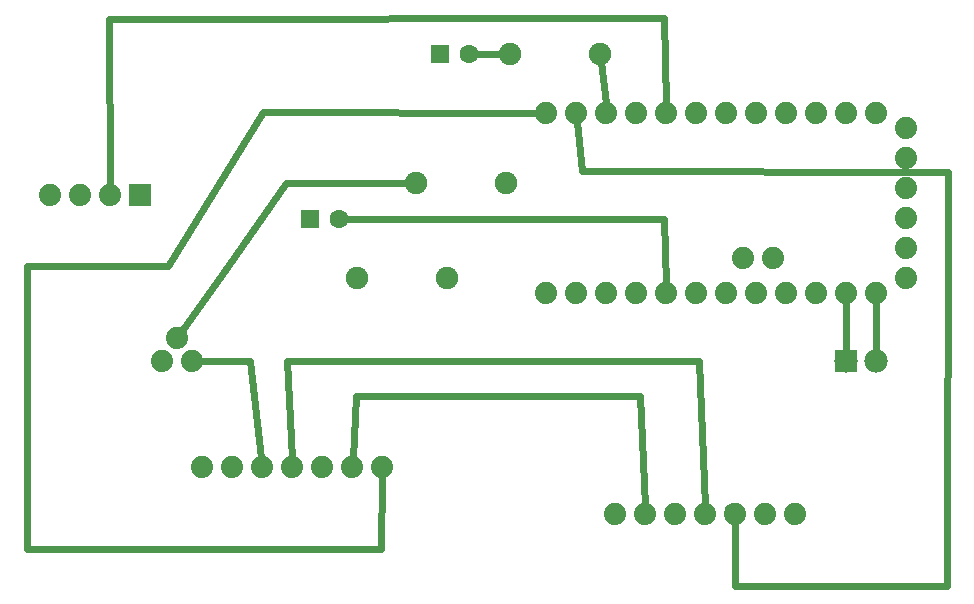
<source format=gtl>
G04 MADE WITH FRITZING*
G04 WWW.FRITZING.ORG*
G04 DOUBLE SIDED*
G04 HOLES PLATED*
G04 CONTOUR ON CENTER OF CONTOUR VECTOR*
%ASAXBY*%
%FSLAX23Y23*%
%MOIN*%
%OFA0B0*%
%SFA1.0B1.0*%
%ADD10C,0.078000*%
%ADD11C,0.074000*%
%ADD12C,0.075000*%
%ADD13C,0.062992*%
%ADD14R,0.078000X0.078000*%
%ADD15R,0.074000X0.074000*%
%ADD16R,0.062992X0.062992*%
%ADD17C,0.024000*%
%LNCOPPER1*%
G90*
G70*
G54D10*
X2858Y1519D03*
X2958Y1519D03*
G54D11*
X2686Y1007D03*
X2586Y1007D03*
X2486Y1007D03*
X2386Y1007D03*
X2286Y1007D03*
X2186Y1007D03*
X2086Y1007D03*
X502Y2070D03*
X402Y2070D03*
X302Y2070D03*
X202Y2070D03*
X711Y1165D03*
X811Y1165D03*
X911Y1165D03*
X1011Y1165D03*
X1111Y1165D03*
X1211Y1165D03*
X1311Y1165D03*
G54D12*
X1723Y2110D03*
X1423Y2110D03*
X1526Y1795D03*
X1226Y1795D03*
X2038Y2543D03*
X1738Y2543D03*
G54D11*
X575Y1519D03*
X625Y1594D03*
X675Y1519D03*
X575Y1519D03*
X625Y1594D03*
X675Y1519D03*
G54D13*
X1502Y2543D03*
X1600Y2543D03*
X1069Y1992D03*
X1167Y1992D03*
G54D11*
X3058Y1796D03*
X3058Y1896D03*
X3058Y1996D03*
X3058Y2096D03*
X3058Y2196D03*
X3058Y2296D03*
X2958Y1746D03*
X2858Y1746D03*
X2758Y1746D03*
X2658Y1746D03*
X2558Y1746D03*
X2613Y1861D03*
X2513Y1861D03*
X2458Y1746D03*
X2358Y1746D03*
X2258Y1746D03*
X2158Y1746D03*
X2058Y1746D03*
X1958Y1746D03*
X1858Y1746D03*
X1858Y2346D03*
X1958Y2346D03*
X2058Y2346D03*
X2158Y2346D03*
X2258Y2346D03*
X2358Y2346D03*
X2458Y2346D03*
X2558Y2346D03*
X2658Y2346D03*
X2758Y2346D03*
X2858Y2346D03*
X2958Y2346D03*
G54D14*
X2858Y1519D03*
G54D15*
X502Y2070D03*
G54D16*
X1502Y2543D03*
X1069Y1992D03*
G54D17*
X2858Y1715D02*
X2858Y1549D01*
D02*
X2958Y1715D02*
X2958Y1549D01*
D02*
X2488Y768D02*
X2485Y1008D01*
D02*
X3194Y768D02*
X2488Y768D01*
D02*
X2485Y1008D02*
X2464Y1029D01*
D02*
X3196Y2148D02*
X3194Y768D01*
D02*
X1975Y2150D02*
X3196Y2148D01*
D02*
X1961Y2315D02*
X1975Y2150D01*
D02*
X1502Y1401D02*
X1818Y1401D01*
D02*
X1818Y1401D02*
X2171Y1401D01*
D02*
X1855Y1517D02*
X2366Y1517D01*
D02*
X1459Y1517D02*
X1855Y1517D01*
D02*
X595Y1834D02*
X913Y2348D01*
D02*
X913Y2348D02*
X1827Y2346D01*
D02*
X2366Y1517D02*
X2385Y1039D01*
D02*
X992Y1518D02*
X1459Y1517D01*
D02*
X1009Y1196D02*
X992Y1518D01*
D02*
X1307Y890D02*
X126Y890D01*
D02*
X126Y890D02*
X126Y1834D01*
D02*
X126Y1834D02*
X595Y1834D01*
D02*
X1311Y1134D02*
X1307Y890D01*
D02*
X2171Y1401D02*
X2185Y1039D01*
D02*
X1224Y1400D02*
X1502Y1401D01*
D02*
X1213Y1196D02*
X1224Y1400D01*
D02*
X989Y2112D02*
X795Y1834D01*
D02*
X2250Y2661D02*
X400Y2659D01*
D02*
X795Y1834D02*
X641Y1616D01*
D02*
X1394Y2110D02*
X989Y2112D01*
D02*
X2251Y1992D02*
X1194Y1992D01*
D02*
X2257Y1777D02*
X2251Y1992D01*
D02*
X869Y1517D02*
X702Y1519D01*
D02*
X907Y1196D02*
X869Y1517D01*
D02*
X1627Y2543D02*
X1709Y2543D01*
D02*
X2041Y2514D02*
X2055Y2377D01*
D02*
X400Y2659D02*
X402Y2102D01*
D02*
X2257Y2377D02*
X2250Y2661D01*
G04 End of Copper1*
M02*
</source>
